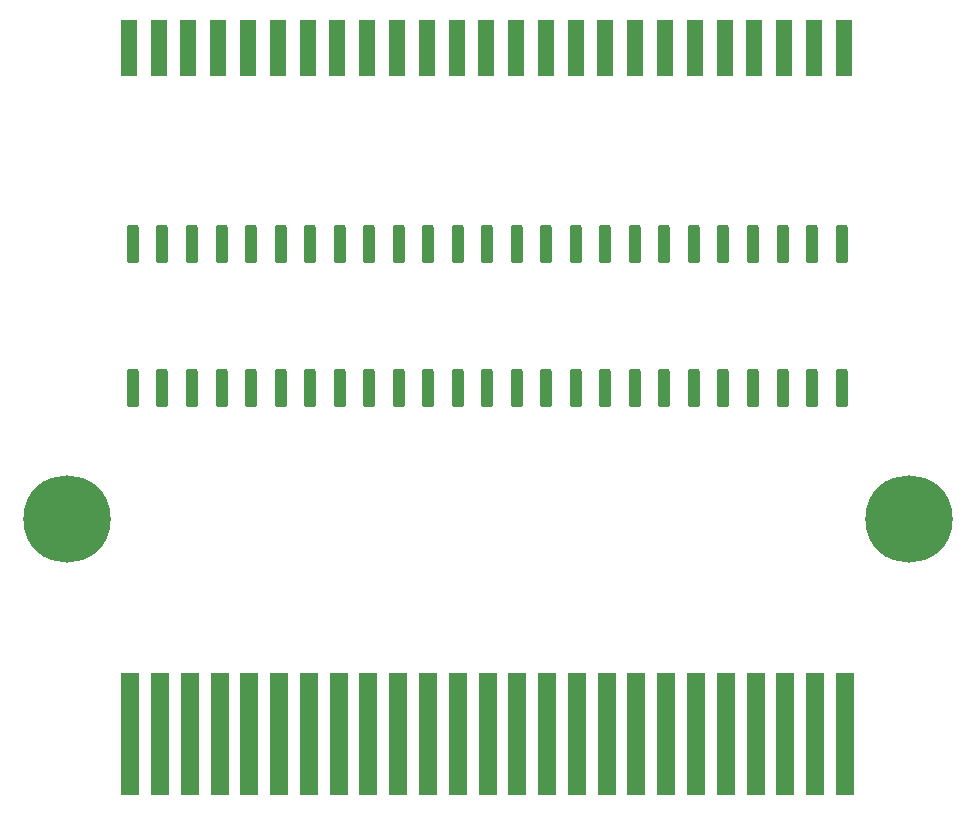
<source format=gbr>
%TF.GenerationSoftware,KiCad,Pcbnew,(6.0.2)*%
%TF.CreationDate,2022-10-24T07:01:04-05:00*%
%TF.ProjectId,N64NP6,4e36344e-5036-42e6-9b69-6361645f7063,rev?*%
%TF.SameCoordinates,Original*%
%TF.FileFunction,Soldermask,Bot*%
%TF.FilePolarity,Negative*%
%FSLAX46Y46*%
G04 Gerber Fmt 4.6, Leading zero omitted, Abs format (unit mm)*
G04 Created by KiCad (PCBNEW (6.0.2)) date 2022-10-24 07:01:04*
%MOMM*%
%LPD*%
G01*
G04 APERTURE LIST*
G04 Aperture macros list*
%AMRoundRect*
0 Rectangle with rounded corners*
0 $1 Rounding radius*
0 $2 $3 $4 $5 $6 $7 $8 $9 X,Y pos of 4 corners*
0 Add a 4 corners polygon primitive as box body*
4,1,4,$2,$3,$4,$5,$6,$7,$8,$9,$2,$3,0*
0 Add four circle primitives for the rounded corners*
1,1,$1+$1,$2,$3*
1,1,$1+$1,$4,$5*
1,1,$1+$1,$6,$7*
1,1,$1+$1,$8,$9*
0 Add four rect primitives between the rounded corners*
20,1,$1+$1,$2,$3,$4,$5,0*
20,1,$1+$1,$4,$5,$6,$7,0*
20,1,$1+$1,$6,$7,$8,$9,0*
20,1,$1+$1,$8,$9,$2,$3,0*%
G04 Aperture macros list end*
%ADD10C,7.400000*%
%ADD11R,1.500000X10.350000*%
%ADD12RoundRect,0.250000X-0.250000X-1.400000X0.250000X-1.400000X0.250000X1.400000X-0.250000X1.400000X0*%
%ADD13R,1.350000X4.750000*%
G04 APERTURE END LIST*
D10*
%TO.C,Hole1*%
X18051000Y55439000D03*
%TD*%
D11*
%TO.C,J2*%
X23404000Y37184000D03*
X25922000Y37184000D03*
X28447000Y37184000D03*
X30974000Y37184000D03*
X33493000Y37184000D03*
X36012000Y37184000D03*
X38535000Y37184000D03*
X41054000Y37184000D03*
X43573000Y37184000D03*
X46101000Y37184000D03*
X48626000Y37184000D03*
X51147000Y37184000D03*
X53671000Y37184000D03*
X56191000Y37184000D03*
X58711000Y37184000D03*
X61230000Y37184000D03*
X63748000Y37184000D03*
X66272000Y37184000D03*
X68798000Y37184000D03*
X71316000Y37184000D03*
X73836000Y37184000D03*
X76355000Y37184000D03*
X78885000Y37184000D03*
X81411000Y37184000D03*
X83930000Y37184000D03*
%TD*%
D12*
%TO.C,J3*%
X23639000Y78715000D03*
X26139000Y78715000D03*
X28639000Y78715000D03*
X31139000Y78715000D03*
X33639000Y78715000D03*
X36139000Y78715000D03*
X38639000Y78715000D03*
X41139000Y78715000D03*
X43639000Y78715000D03*
X46139000Y78715000D03*
X48639000Y78715000D03*
X51139000Y78715000D03*
X53639000Y78715000D03*
X56139000Y78715000D03*
X58639000Y78715000D03*
X61139000Y78715000D03*
X63639000Y78715000D03*
X66139000Y78715000D03*
X68639000Y78715000D03*
X71139000Y78715000D03*
X73639000Y78715000D03*
X76139000Y78715000D03*
X78639000Y78715000D03*
X81139000Y78715000D03*
X83639000Y78715000D03*
X23639000Y66515000D03*
X26139000Y66515000D03*
X28639000Y66515000D03*
X31139000Y66515000D03*
X33639000Y66515000D03*
X36139000Y66515000D03*
X38639000Y66515000D03*
X41139000Y66515000D03*
X43639000Y66515000D03*
X46139000Y66515000D03*
X48639000Y66515000D03*
X51139000Y66515000D03*
X53639000Y66515000D03*
X56139000Y66515000D03*
X58639000Y66515000D03*
X61139000Y66515000D03*
X63639000Y66515000D03*
X66139000Y66515000D03*
X68639000Y66515000D03*
X71139000Y66515000D03*
X73639000Y66515000D03*
X76139000Y66515000D03*
X78639000Y66515000D03*
X81139000Y66515000D03*
X83639000Y66515000D03*
%TD*%
D13*
%TO.C,J5*%
X23295000Y95327000D03*
X25813000Y95327000D03*
X28338000Y95327000D03*
X30865000Y95327000D03*
X33384000Y95327000D03*
X35903000Y95327000D03*
X38426000Y95327000D03*
X40945000Y95327000D03*
X43464000Y95327000D03*
X45992000Y95327000D03*
X48517000Y95327000D03*
X51038000Y95327000D03*
X53562000Y95327000D03*
X56082000Y95327000D03*
X58602000Y95327000D03*
X61121000Y95327000D03*
X63639000Y95327000D03*
X66163000Y95327000D03*
X68689000Y95327000D03*
X71207000Y95327000D03*
X73727000Y95327000D03*
X76246000Y95327000D03*
X78776000Y95327000D03*
X81302000Y95327000D03*
X83821000Y95327000D03*
%TD*%
D10*
%TO.C,Hole2*%
X89309000Y55439000D03*
%TD*%
M02*

</source>
